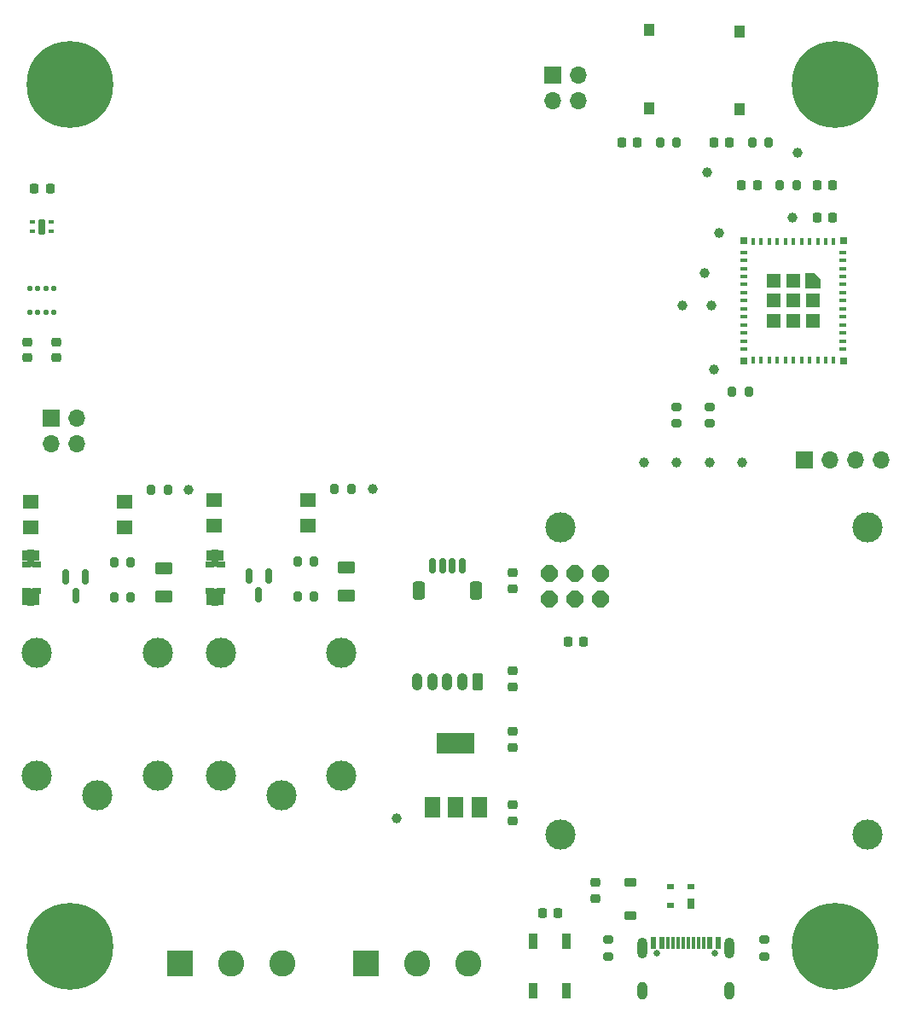
<source format=gbr>
%TF.GenerationSoftware,KiCad,Pcbnew,(7.0.0-0)*%
%TF.CreationDate,2023-04-23T09:26:16-04:00*%
%TF.ProjectId,KwartzLab-SensorBoard-Rev3,4b776172-747a-44c6-9162-2d53656e736f,3*%
%TF.SameCoordinates,Original*%
%TF.FileFunction,Soldermask,Top*%
%TF.FilePolarity,Negative*%
%FSLAX46Y46*%
G04 Gerber Fmt 4.6, Leading zero omitted, Abs format (unit mm)*
G04 Created by KiCad (PCBNEW (7.0.0-0)) date 2023-04-23 09:26:16*
%MOMM*%
%LPD*%
G01*
G04 APERTURE LIST*
G04 Aperture macros list*
%AMRoundRect*
0 Rectangle with rounded corners*
0 $1 Rounding radius*
0 $2 $3 $4 $5 $6 $7 $8 $9 X,Y pos of 4 corners*
0 Add a 4 corners polygon primitive as box body*
4,1,4,$2,$3,$4,$5,$6,$7,$8,$9,$2,$3,0*
0 Add four circle primitives for the rounded corners*
1,1,$1+$1,$2,$3*
1,1,$1+$1,$4,$5*
1,1,$1+$1,$6,$7*
1,1,$1+$1,$8,$9*
0 Add four rect primitives between the rounded corners*
20,1,$1+$1,$2,$3,$4,$5,0*
20,1,$1+$1,$4,$5,$6,$7,0*
20,1,$1+$1,$6,$7,$8,$9,0*
20,1,$1+$1,$8,$9,$2,$3,0*%
%AMFreePoly0*
4,1,6,0.725000,-0.725000,-0.725000,-0.725000,-0.725000,0.125000,-0.125000,0.725000,0.725000,0.725000,0.725000,-0.725000,0.725000,-0.725000,$1*%
%AMFreePoly1*
4,1,21,0.800354,0.825354,0.800500,0.825000,0.800500,0.300000,0.825000,0.300000,0.825000,-0.300000,0.800500,-0.300000,0.800500,-0.825000,0.800354,-0.825354,0.800000,-0.825500,-0.290000,-0.825500,-0.290354,-0.825354,-0.290500,-0.825000,-0.290500,-0.300000,-0.825000,-0.300000,-0.825000,0.300000,-0.290500,0.300000,-0.290500,0.825000,-0.290354,0.825354,-0.290000,0.825500,0.800000,0.825500,
0.800354,0.825354,0.800354,0.825354,$1*%
%AMFreePoly2*
4,1,21,0.300354,0.825354,0.300500,0.825000,0.300500,0.300000,0.825000,0.300000,0.825000,-0.300000,0.300500,-0.300000,0.300500,-0.825000,0.300354,-0.825354,0.300000,-0.825500,-0.800000,-0.825500,-0.800354,-0.825354,-0.800500,-0.825000,-0.800500,-0.300000,-0.825000,-0.300000,-0.825000,0.300000,-0.800500,0.300000,-0.800500,0.825000,-0.800354,0.825354,-0.800000,0.825500,0.300000,0.825500,
0.300354,0.825354,0.300354,0.825354,$1*%
%AMFreePoly3*
4,1,17,0.356937,0.810921,0.810921,0.356937,0.825800,0.321016,0.825800,-0.321016,0.810921,-0.356937,0.356937,-0.810921,0.321016,-0.825800,-0.321016,-0.825800,-0.356937,-0.810921,-0.810921,-0.356937,-0.825800,-0.321016,-0.825800,0.321016,-0.810921,0.356937,-0.356937,0.810921,-0.321016,0.825800,0.321016,0.825800,0.356937,0.810921,0.356937,0.810921,$1*%
G04 Aperture macros list end*
%ADD10C,0.010000*%
%ADD11R,1.700000X1.700000*%
%ADD12O,1.700000X1.700000*%
%ADD13R,1.000000X1.250000*%
%ADD14RoundRect,0.225000X-0.225000X-0.250000X0.225000X-0.250000X0.225000X0.250000X-0.225000X0.250000X0*%
%ADD15C,0.900000*%
%ADD16C,8.600000*%
%ADD17RoundRect,0.200000X0.200000X0.275000X-0.200000X0.275000X-0.200000X-0.275000X0.200000X-0.275000X0*%
%ADD18C,1.000000*%
%ADD19RoundRect,0.150000X-0.150000X0.587500X-0.150000X-0.587500X0.150000X-0.587500X0.150000X0.587500X0*%
%ADD20RoundRect,0.250000X0.265000X0.615000X-0.265000X0.615000X-0.265000X-0.615000X0.265000X-0.615000X0*%
%ADD21O,1.030000X1.730000*%
%ADD22R,0.400000X0.800000*%
%ADD23R,0.800000X0.400000*%
%ADD24FreePoly0,270.000000*%
%ADD25R,1.450000X1.450000*%
%ADD26R,0.700000X0.700000*%
%ADD27RoundRect,0.200000X-0.275000X0.200000X-0.275000X-0.200000X0.275000X-0.200000X0.275000X0.200000X0*%
%ADD28C,3.000000*%
%ADD29RoundRect,0.225000X0.225000X0.250000X-0.225000X0.250000X-0.225000X-0.250000X0.225000X-0.250000X0*%
%ADD30R,2.600000X2.600000*%
%ADD31C,2.600000*%
%ADD32RoundRect,0.225000X0.250000X-0.225000X0.250000X0.225000X-0.250000X0.225000X-0.250000X-0.225000X0*%
%ADD33R,0.900000X1.500000*%
%ADD34FreePoly1,90.000000*%
%ADD35FreePoly2,90.000000*%
%ADD36RoundRect,0.200000X-0.200000X-0.275000X0.200000X-0.275000X0.200000X0.275000X-0.200000X0.275000X0*%
%ADD37RoundRect,0.225000X-0.375000X0.225000X-0.375000X-0.225000X0.375000X-0.225000X0.375000X0.225000X0*%
%ADD38RoundRect,0.150000X0.150000X0.625000X-0.150000X0.625000X-0.150000X-0.625000X0.150000X-0.625000X0*%
%ADD39RoundRect,0.250000X0.350000X0.650000X-0.350000X0.650000X-0.350000X-0.650000X0.350000X-0.650000X0*%
%ADD40R,1.600000X1.400000*%
%ADD41FreePoly3,180.000000*%
%ADD42RoundRect,0.125000X-0.125000X-0.137500X0.125000X-0.137500X0.125000X0.137500X-0.125000X0.137500X0*%
%ADD43RoundRect,0.250000X-0.625000X0.375000X-0.625000X-0.375000X0.625000X-0.375000X0.625000X0.375000X0*%
%ADD44RoundRect,0.225000X-0.250000X0.225000X-0.250000X-0.225000X0.250000X-0.225000X0.250000X0.225000X0*%
%ADD45C,0.650000*%
%ADD46R,0.600000X1.150000*%
%ADD47R,0.300000X1.150000*%
%ADD48O,1.000000X2.100000*%
%ADD49O,1.000000X1.800000*%
%ADD50RoundRect,0.087500X-0.187500X-0.087500X0.187500X-0.087500X0.187500X0.087500X-0.187500X0.087500X0*%
%ADD51RoundRect,0.175000X-0.175000X-0.625000X0.175000X-0.625000X0.175000X0.625000X-0.175000X0.625000X0*%
%ADD52R,1.500000X2.000000*%
%ADD53R,3.800000X2.000000*%
%ADD54R,0.700000X1.000000*%
%ADD55R,0.700000X0.600000*%
G04 APERTURE END LIST*
%TO.C,D6*%
G36*
X93905000Y-114012000D02*
G01*
X93130000Y-114012000D01*
X93130000Y-113512000D01*
X93905000Y-113512000D01*
X93905000Y-114012000D01*
G37*
D10*
X93905000Y-114012000D02*
X93130000Y-114012000D01*
X93130000Y-113512000D01*
X93905000Y-113512000D01*
X93905000Y-114012000D01*
G36*
X92830000Y-114012000D02*
G01*
X92055000Y-114012000D01*
X92055000Y-113512000D01*
X92830000Y-113512000D01*
X92830000Y-114012000D01*
G37*
X92830000Y-114012000D02*
X92055000Y-114012000D01*
X92055000Y-113512000D01*
X92830000Y-113512000D01*
X92830000Y-114012000D01*
G36*
X93905000Y-116612000D02*
G01*
X93130000Y-116612000D01*
X93130000Y-116112000D01*
X93905000Y-116112000D01*
X93905000Y-116612000D01*
G37*
X93905000Y-116612000D02*
X93130000Y-116612000D01*
X93130000Y-116112000D01*
X93905000Y-116112000D01*
X93905000Y-116612000D01*
G36*
X92830000Y-116612000D02*
G01*
X92055000Y-116612000D01*
X92055000Y-116112000D01*
X92830000Y-116112000D01*
X92830000Y-116612000D01*
G37*
X92830000Y-116612000D02*
X92055000Y-116612000D01*
X92055000Y-116112000D01*
X92830000Y-116112000D01*
X92830000Y-116612000D01*
%TO.C,D7*%
G36*
X112177000Y-114012000D02*
G01*
X111402000Y-114012000D01*
X111402000Y-113512000D01*
X112177000Y-113512000D01*
X112177000Y-114012000D01*
G37*
X112177000Y-114012000D02*
X111402000Y-114012000D01*
X111402000Y-113512000D01*
X112177000Y-113512000D01*
X112177000Y-114012000D01*
G36*
X111102000Y-114012000D02*
G01*
X110327000Y-114012000D01*
X110327000Y-113512000D01*
X111102000Y-113512000D01*
X111102000Y-114012000D01*
G37*
X111102000Y-114012000D02*
X110327000Y-114012000D01*
X110327000Y-113512000D01*
X111102000Y-113512000D01*
X111102000Y-114012000D01*
G36*
X112177000Y-116612000D02*
G01*
X111402000Y-116612000D01*
X111402000Y-116112000D01*
X112177000Y-116112000D01*
X112177000Y-116612000D01*
G37*
X112177000Y-116612000D02*
X111402000Y-116612000D01*
X111402000Y-116112000D01*
X112177000Y-116112000D01*
X112177000Y-116612000D01*
G36*
X111102000Y-116612000D02*
G01*
X110327000Y-116612000D01*
X110327000Y-116112000D01*
X111102000Y-116112000D01*
X111102000Y-116612000D01*
G37*
X111102000Y-116612000D02*
X110327000Y-116612000D01*
X110327000Y-116112000D01*
X111102000Y-116112000D01*
X111102000Y-116612000D01*
%TD*%
D11*
%TO.C,J8*%
X94999999Y-99269999D03*
D12*
X97539999Y-99269999D03*
X94999999Y-101809999D03*
X97539999Y-101809999D03*
%TD*%
D13*
%TO.C,SW1*%
X154349999Y-60774999D03*
X154349999Y-68524999D03*
%TD*%
D14*
%TO.C,C7*%
X151600000Y-71900000D03*
X153150000Y-71900000D03*
%TD*%
D15*
%TO.C,H3*%
X169557188Y-66150000D03*
X170501769Y-63869581D03*
X170501769Y-68430419D03*
X172782188Y-62925000D03*
D16*
X172782188Y-66150000D03*
D15*
X172782188Y-69375000D03*
X175062607Y-63869581D03*
X175062607Y-68430419D03*
X176007188Y-66150000D03*
%TD*%
%TO.C,H1*%
X93600000Y-151650000D03*
X94544581Y-149369581D03*
X94544581Y-153930419D03*
X96825000Y-148425000D03*
D16*
X96825000Y-151650000D03*
D15*
X96825000Y-154875000D03*
X99105419Y-149369581D03*
X99105419Y-153930419D03*
X100050000Y-151650000D03*
%TD*%
D17*
%TO.C,R13*%
X121070000Y-113480000D03*
X119420000Y-113480000D03*
%TD*%
D11*
%TO.C,J1*%
X169719999Y-103399999D03*
D12*
X172259999Y-103399999D03*
X174799999Y-103399999D03*
X177339999Y-103399999D03*
%TD*%
D18*
%TO.C,TP1*%
X161300000Y-80900000D03*
%TD*%
D15*
%TO.C,H4*%
X93600000Y-66150000D03*
X94544581Y-63869581D03*
X94544581Y-68430419D03*
X96825000Y-62925000D03*
D16*
X96825000Y-66150000D03*
D15*
X96825000Y-69375000D03*
X99105419Y-63869581D03*
X99105419Y-68430419D03*
X100050000Y-66150000D03*
%TD*%
D19*
%TO.C,Q2*%
X116530000Y-114915000D03*
X114630000Y-114915000D03*
X115580000Y-116790000D03*
%TD*%
D20*
%TO.C,J3*%
X137300000Y-125400000D03*
D21*
X135799999Y-125399999D03*
X134299999Y-125399999D03*
X132799999Y-125399999D03*
X131299999Y-125399999D03*
%TD*%
D22*
%TO.C,U1*%
X172649999Y-81699999D03*
X171849999Y-81699999D03*
X171049999Y-81699999D03*
X170249999Y-81699999D03*
X169449999Y-81699999D03*
X168649999Y-81699999D03*
X167849999Y-81699999D03*
X167049999Y-81699999D03*
X166249999Y-81699999D03*
X165449999Y-81699999D03*
X164649999Y-81699999D03*
D23*
X163749999Y-82799999D03*
X163749999Y-83599999D03*
X163749999Y-84399999D03*
X163749999Y-85199999D03*
X163749999Y-85999999D03*
X163749999Y-86799999D03*
X163749999Y-87599999D03*
X163749999Y-88399999D03*
X163749999Y-89199999D03*
X163749999Y-89999999D03*
X163749999Y-90799999D03*
X163749999Y-91599999D03*
X163749999Y-92399999D03*
D22*
X164649999Y-93499999D03*
X165449999Y-93499999D03*
X166249999Y-93499999D03*
X167049999Y-93499999D03*
X167849999Y-93499999D03*
X168649999Y-93499999D03*
X169449999Y-93499999D03*
X170249999Y-93499999D03*
X171049999Y-93499999D03*
X171849999Y-93499999D03*
X172649999Y-93499999D03*
D23*
X173549999Y-92399999D03*
X173549999Y-91599999D03*
X173549999Y-90799999D03*
X173549999Y-89999999D03*
X173549999Y-89199999D03*
X173549999Y-88399999D03*
X173549999Y-87599999D03*
X173549999Y-86799999D03*
X173549999Y-85999999D03*
X173549999Y-85199999D03*
X173549999Y-84399999D03*
X173549999Y-83599999D03*
X173549999Y-82799999D03*
D24*
X170625000Y-85625000D03*
D25*
X168649999Y-85624999D03*
X166674999Y-85624999D03*
X170624999Y-87599999D03*
X168649999Y-87599999D03*
X166674999Y-87599999D03*
X170624999Y-89574999D03*
X168649999Y-89574999D03*
X166674999Y-89574999D03*
D26*
X173599999Y-93549999D03*
X163699999Y-93549999D03*
X163699999Y-81649999D03*
X173599999Y-81649999D03*
%TD*%
D27*
%TO.C,R4*%
X150230000Y-151000000D03*
X150230000Y-152650000D03*
%TD*%
D28*
%TO.C,K2*%
X117800000Y-136700000D03*
X111800000Y-122500000D03*
X123800000Y-122500000D03*
X123800000Y-134700000D03*
X111800000Y-134700000D03*
%TD*%
D14*
%TO.C,C2*%
X171000000Y-79400000D03*
X172550000Y-79400000D03*
%TD*%
D15*
%TO.C,H2*%
X169544581Y-151650000D03*
X170489162Y-149369581D03*
X170489162Y-153930419D03*
X172769581Y-148425000D03*
D16*
X172769581Y-151650000D03*
D15*
X172769581Y-154875000D03*
X175050000Y-149369581D03*
X175050000Y-153930419D03*
X175994581Y-151650000D03*
%TD*%
D29*
%TO.C,C14*%
X147850000Y-121400000D03*
X146300000Y-121400000D03*
%TD*%
D27*
%TO.C,R1*%
X160300000Y-98150000D03*
X160300000Y-99800000D03*
%TD*%
D14*
%TO.C,C10*%
X93300000Y-76441017D03*
X94850000Y-76441017D03*
%TD*%
D30*
%TO.C,J6*%
X126214999Y-153399999D03*
D31*
X131295000Y-153400000D03*
X136375000Y-153400000D03*
%TD*%
D18*
%TO.C,TP10*%
X129250000Y-139000000D03*
%TD*%
D32*
%TO.C,C15*%
X140800000Y-116150000D03*
X140800000Y-114600000D03*
%TD*%
D33*
%TO.C,D3*%
X142799999Y-156049999D03*
X146099999Y-156049999D03*
X146099999Y-151149999D03*
X142799999Y-151149999D03*
%TD*%
D32*
%TO.C,C13*%
X140800000Y-125900000D03*
X140800000Y-124350000D03*
%TD*%
D27*
%TO.C,R5*%
X165730000Y-151000000D03*
X165730000Y-152650000D03*
%TD*%
D18*
%TO.C,TP9*%
X160300000Y-103650000D03*
%TD*%
D34*
%TO.C,D6*%
X92980000Y-113112000D03*
D35*
X92980000Y-117012000D03*
%TD*%
D13*
%TO.C,SW2*%
X163299999Y-60899999D03*
X163299999Y-68649999D03*
%TD*%
D32*
%TO.C,C5*%
X140800000Y-131900000D03*
X140800000Y-130350000D03*
%TD*%
D18*
%TO.C,TP4*%
X153800000Y-103650000D03*
%TD*%
D36*
%TO.C,R7*%
X164550000Y-71900000D03*
X166200000Y-71900000D03*
%TD*%
D37*
%TO.C,D2*%
X152480000Y-145350000D03*
X152480000Y-148650000D03*
%TD*%
D17*
%TO.C,R10*%
X102880000Y-117040000D03*
X101230000Y-117040000D03*
%TD*%
D18*
%TO.C,TP3*%
X126860000Y-106300000D03*
%TD*%
D14*
%TO.C,C1*%
X163500000Y-76150000D03*
X165050000Y-76150000D03*
%TD*%
D38*
%TO.C,J7*%
X135800000Y-113875000D03*
X134800000Y-113875000D03*
X133800000Y-113875000D03*
X132800000Y-113875000D03*
D39*
X137100000Y-116400000D03*
X131500000Y-116400000D03*
%TD*%
D14*
%TO.C,C8*%
X160750000Y-71900000D03*
X162300000Y-71900000D03*
%TD*%
D36*
%TO.C,R14*%
X162550000Y-96640000D03*
X164200000Y-96640000D03*
%TD*%
D18*
%TO.C,TP13*%
X160050000Y-74900000D03*
%TD*%
D40*
%TO.C,OC1*%
X92934999Y-107514999D03*
X92934999Y-110054999D03*
X102294999Y-110054999D03*
X102294999Y-107514999D03*
%TD*%
D18*
%TO.C,TP6*%
X168550000Y-79400000D03*
%TD*%
D30*
%TO.C,J5*%
X107799999Y-153399999D03*
D31*
X112880000Y-153400000D03*
X117960000Y-153400000D03*
%TD*%
D40*
%TO.C,OC2*%
X111139999Y-107419999D03*
X111139999Y-109959999D03*
X120499999Y-109959999D03*
X120499999Y-107419999D03*
%TD*%
D28*
%TO.C,J4*%
X176023128Y-140594944D03*
X176023128Y-110114944D03*
X145543128Y-140594944D03*
X145543128Y-110114944D03*
D41*
X149482928Y-114684144D03*
X149482928Y-117224144D03*
X146942928Y-114684144D03*
X146942928Y-117224144D03*
X144402928Y-114684144D03*
X144402928Y-117224144D03*
%TD*%
D17*
%TO.C,R12*%
X121070000Y-116980000D03*
X119420000Y-116980000D03*
%TD*%
D34*
%TO.C,D7*%
X111252000Y-113112000D03*
D35*
X111252000Y-117012000D03*
%TD*%
D18*
%TO.C,TP11*%
X157050000Y-103650000D03*
%TD*%
%TO.C,TP14*%
X159800000Y-84900000D03*
%TD*%
D14*
%TO.C,C3*%
X171000000Y-76150000D03*
X172550000Y-76150000D03*
%TD*%
D42*
%TO.C,U4*%
X92832481Y-86421868D03*
X93632481Y-86421868D03*
X94432481Y-86421868D03*
X95232481Y-86421868D03*
X95232481Y-88796868D03*
X94432481Y-88796868D03*
X93632481Y-88796868D03*
X92832481Y-88796868D03*
%TD*%
D18*
%TO.C,TP8*%
X160510000Y-88060000D03*
%TD*%
D43*
%TO.C,D4*%
X106110000Y-114152500D03*
X106110000Y-116952500D03*
%TD*%
D18*
%TO.C,TP5*%
X163550000Y-103650000D03*
%TD*%
%TO.C,TP12*%
X160800000Y-94400000D03*
%TD*%
D44*
%TO.C,C6*%
X148980000Y-145350000D03*
X148980000Y-146900000D03*
%TD*%
D45*
%TO.C,J2*%
X155090000Y-152370000D03*
X160870000Y-152370000D03*
D46*
X154779999Y-151294999D03*
X155579999Y-151294999D03*
D47*
X156729999Y-151294999D03*
X157729999Y-151294999D03*
X158229999Y-151294999D03*
X159229999Y-151294999D03*
D46*
X160379999Y-151294999D03*
X161179999Y-151294999D03*
X161179999Y-151294999D03*
X160379999Y-151294999D03*
D47*
X159729999Y-151294999D03*
X158729999Y-151294999D03*
X157229999Y-151294999D03*
X156229999Y-151294999D03*
D46*
X155579999Y-151294999D03*
X154779999Y-151294999D03*
D48*
X153659999Y-151869999D03*
D49*
X153659999Y-156049999D03*
D48*
X162299999Y-151869999D03*
D49*
X162299999Y-156049999D03*
%TD*%
D11*
%TO.C,J9*%
X144799999Y-65259999D03*
D12*
X147339999Y-65259999D03*
X144799999Y-67799999D03*
X147339999Y-67799999D03*
%TD*%
D27*
%TO.C,R2*%
X157050000Y-98150000D03*
X157050000Y-99800000D03*
%TD*%
D17*
%TO.C,R11*%
X102880000Y-113540000D03*
X101230000Y-113540000D03*
%TD*%
D50*
%TO.C,U3*%
X93100000Y-79753517D03*
X93100000Y-80753517D03*
X94950000Y-80753517D03*
X94950000Y-79753517D03*
D51*
X94025000Y-80253517D03*
%TD*%
D17*
%TO.C,R9*%
X124740000Y-106300000D03*
X123090000Y-106300000D03*
%TD*%
%TO.C,R8*%
X106550000Y-106360000D03*
X104900000Y-106360000D03*
%TD*%
D18*
%TO.C,TP15*%
X169050000Y-72900000D03*
%TD*%
D52*
%TO.C,U2*%
X132839999Y-137849999D03*
X135139999Y-137849999D03*
D53*
X135139999Y-131549999D03*
D52*
X137439999Y-137849999D03*
%TD*%
D43*
%TO.C,D5*%
X124300000Y-114092500D03*
X124300000Y-116892500D03*
%TD*%
D54*
%TO.C,D1*%
X158479999Y-147399999D03*
D55*
X158479999Y-145699999D03*
X156479999Y-145699999D03*
X156479999Y-147599999D03*
%TD*%
D32*
%TO.C,C4*%
X140800000Y-139200000D03*
X140800000Y-137650000D03*
%TD*%
D34*
%TO.C,*%
X92980000Y-113112000D03*
%TD*%
D36*
%TO.C,R6*%
X155400000Y-71900000D03*
X157050000Y-71900000D03*
%TD*%
D19*
%TO.C,Q1*%
X98340000Y-114975000D03*
X96440000Y-114975000D03*
X97390000Y-116850000D03*
%TD*%
D28*
%TO.C,K1*%
X99550000Y-136700000D03*
X93550000Y-122500000D03*
X105550000Y-122500000D03*
X105550000Y-134700000D03*
X93550000Y-134700000D03*
%TD*%
D44*
%TO.C,C11*%
X95457758Y-91690000D03*
X95457758Y-93240000D03*
%TD*%
D14*
%TO.C,C9*%
X143750000Y-148400000D03*
X145300000Y-148400000D03*
%TD*%
D18*
%TO.C,TP7*%
X157620000Y-88060000D03*
%TD*%
%TO.C,TP2*%
X108640000Y-106330000D03*
%TD*%
D17*
%TO.C,R3*%
X168950000Y-76150000D03*
X167300000Y-76150000D03*
%TD*%
D44*
%TO.C,C12*%
X92627758Y-91700000D03*
X92627758Y-93250000D03*
%TD*%
M02*

</source>
